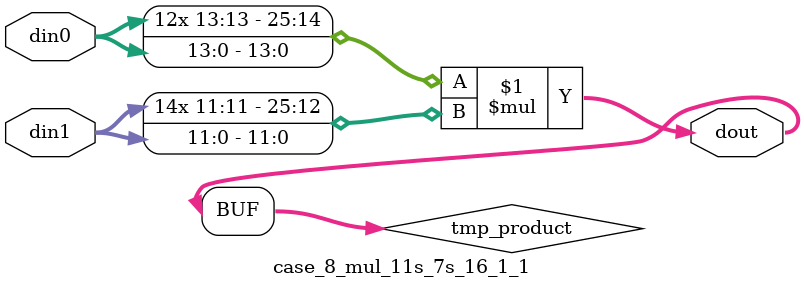
<source format=v>

`timescale 1 ns / 1 ps

 module case_8_mul_11s_7s_16_1_1(din0, din1, dout);
parameter ID = 1;
parameter NUM_STAGE = 0;
parameter din0_WIDTH = 14;
parameter din1_WIDTH = 12;
parameter dout_WIDTH = 26;

input [din0_WIDTH - 1 : 0] din0; 
input [din1_WIDTH - 1 : 0] din1; 
output [dout_WIDTH - 1 : 0] dout;

wire signed [dout_WIDTH - 1 : 0] tmp_product;



























assign tmp_product = $signed(din0) * $signed(din1);








assign dout = tmp_product;





















endmodule

</source>
